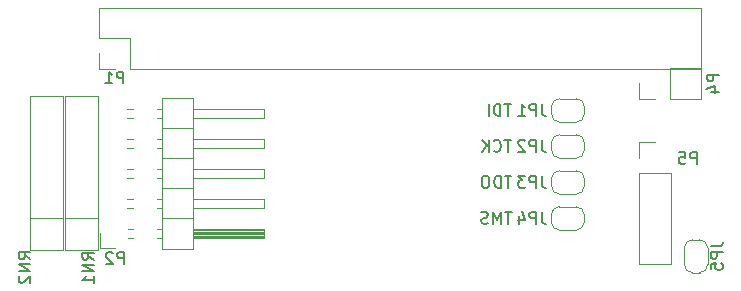
<source format=gbo>
G04 #@! TF.GenerationSoftware,KiCad,Pcbnew,(5.1.4)-1*
G04 #@! TF.CreationDate,2019-12-07T22:53:16+00:00*
G04 #@! TF.ProjectId,rgb-to-hdmi,7267622d-746f-42d6-9864-6d692e6b6963,rev?*
G04 #@! TF.SameCoordinates,Original*
G04 #@! TF.FileFunction,Legend,Bot*
G04 #@! TF.FilePolarity,Positive*
%FSLAX46Y46*%
G04 Gerber Fmt 4.6, Leading zero omitted, Abs format (unit mm)*
G04 Created by KiCad (PCBNEW (5.1.4)-1) date 2019-12-07 22:53:16*
%MOMM*%
%LPD*%
G04 APERTURE LIST*
%ADD10C,0.150000*%
%ADD11C,0.120000*%
G04 APERTURE END LIST*
D10*
X54439523Y-39645340D02*
X53868095Y-39645340D01*
X54153809Y-40645340D02*
X54153809Y-39645340D01*
X53534761Y-40645340D02*
X53534761Y-39645340D01*
X53296666Y-39645340D01*
X53153809Y-39692960D01*
X53058571Y-39788198D01*
X53010952Y-39883436D01*
X52963333Y-40073912D01*
X52963333Y-40216769D01*
X53010952Y-40407245D01*
X53058571Y-40502483D01*
X53153809Y-40597721D01*
X53296666Y-40645340D01*
X53534761Y-40645340D01*
X52344285Y-39645340D02*
X52153809Y-39645340D01*
X52058571Y-39692960D01*
X51963333Y-39788198D01*
X51915714Y-39978674D01*
X51915714Y-40312007D01*
X51963333Y-40502483D01*
X52058571Y-40597721D01*
X52153809Y-40645340D01*
X52344285Y-40645340D01*
X52439523Y-40597721D01*
X52534761Y-40502483D01*
X52582380Y-40312007D01*
X52582380Y-39978674D01*
X52534761Y-39788198D01*
X52439523Y-39692960D01*
X52344285Y-39645340D01*
X54407809Y-33549340D02*
X53836380Y-33549340D01*
X54122095Y-34549340D02*
X54122095Y-33549340D01*
X53503047Y-34549340D02*
X53503047Y-33549340D01*
X53264952Y-33549340D01*
X53122095Y-33596960D01*
X53026857Y-33692198D01*
X52979238Y-33787436D01*
X52931619Y-33977912D01*
X52931619Y-34120769D01*
X52979238Y-34311245D01*
X53026857Y-34406483D01*
X53122095Y-34501721D01*
X53264952Y-34549340D01*
X53503047Y-34549340D01*
X52503047Y-34549340D02*
X52503047Y-33549340D01*
X54415714Y-36597340D02*
X53844285Y-36597340D01*
X54130000Y-37597340D02*
X54130000Y-36597340D01*
X52939523Y-37502102D02*
X52987142Y-37549721D01*
X53130000Y-37597340D01*
X53225238Y-37597340D01*
X53368095Y-37549721D01*
X53463333Y-37454483D01*
X53510952Y-37359245D01*
X53558571Y-37168769D01*
X53558571Y-37025912D01*
X53510952Y-36835436D01*
X53463333Y-36740198D01*
X53368095Y-36644960D01*
X53225238Y-36597340D01*
X53130000Y-36597340D01*
X52987142Y-36644960D01*
X52939523Y-36692579D01*
X52510952Y-37597340D02*
X52510952Y-36597340D01*
X51939523Y-37597340D02*
X52368095Y-37025912D01*
X51939523Y-36597340D02*
X52510952Y-37168769D01*
X54463333Y-42693340D02*
X53891904Y-42693340D01*
X54177619Y-43693340D02*
X54177619Y-42693340D01*
X53558571Y-43693340D02*
X53558571Y-42693340D01*
X53225238Y-43407626D01*
X52891904Y-42693340D01*
X52891904Y-43693340D01*
X52463333Y-43645721D02*
X52320476Y-43693340D01*
X52082380Y-43693340D01*
X51987142Y-43645721D01*
X51939523Y-43598102D01*
X51891904Y-43502864D01*
X51891904Y-43407626D01*
X51939523Y-43312388D01*
X51987142Y-43264769D01*
X52082380Y-43217150D01*
X52272857Y-43169531D01*
X52368095Y-43121912D01*
X52415714Y-43074293D01*
X52463333Y-42979055D01*
X52463333Y-42883817D01*
X52415714Y-42788579D01*
X52368095Y-42740960D01*
X52272857Y-42693340D01*
X52034761Y-42693340D01*
X51891904Y-42740960D01*
D11*
X19427200Y-43240960D02*
X16627200Y-43240960D01*
X19427200Y-32910960D02*
X19427200Y-45950960D01*
X16627200Y-32910960D02*
X19427200Y-32910960D01*
X16627200Y-45950960D02*
X16627200Y-32910960D01*
X19427200Y-45950960D02*
X16627200Y-45950960D01*
X24852000Y-45840960D02*
X24852000Y-33020960D01*
X24852000Y-33020960D02*
X27512000Y-33020960D01*
X27512000Y-33020960D02*
X27512000Y-45840960D01*
X27512000Y-45840960D02*
X24852000Y-45840960D01*
X27512000Y-44890960D02*
X33512000Y-44890960D01*
X33512000Y-44890960D02*
X33512000Y-44130960D01*
X33512000Y-44130960D02*
X27512000Y-44130960D01*
X27512000Y-44830960D02*
X33512000Y-44830960D01*
X27512000Y-44710960D02*
X33512000Y-44710960D01*
X27512000Y-44590960D02*
X33512000Y-44590960D01*
X27512000Y-44470960D02*
X33512000Y-44470960D01*
X27512000Y-44350960D02*
X33512000Y-44350960D01*
X27512000Y-44230960D02*
X33512000Y-44230960D01*
X24454929Y-44890960D02*
X24852000Y-44890960D01*
X24454929Y-44130960D02*
X24852000Y-44130960D01*
X21982000Y-44890960D02*
X22369071Y-44890960D01*
X21982000Y-44130960D02*
X22369071Y-44130960D01*
X24852000Y-43240960D02*
X27512000Y-43240960D01*
X27512000Y-42350960D02*
X33512000Y-42350960D01*
X33512000Y-42350960D02*
X33512000Y-41590960D01*
X33512000Y-41590960D02*
X27512000Y-41590960D01*
X24454929Y-42350960D02*
X24852000Y-42350960D01*
X24454929Y-41590960D02*
X24852000Y-41590960D01*
X21914929Y-42350960D02*
X22369071Y-42350960D01*
X21914929Y-41590960D02*
X22369071Y-41590960D01*
X24852000Y-40700960D02*
X27512000Y-40700960D01*
X27512000Y-39810960D02*
X33512000Y-39810960D01*
X33512000Y-39810960D02*
X33512000Y-39050960D01*
X33512000Y-39050960D02*
X27512000Y-39050960D01*
X24454929Y-39810960D02*
X24852000Y-39810960D01*
X24454929Y-39050960D02*
X24852000Y-39050960D01*
X21914929Y-39810960D02*
X22369071Y-39810960D01*
X21914929Y-39050960D02*
X22369071Y-39050960D01*
X24852000Y-38160960D02*
X27512000Y-38160960D01*
X27512000Y-37270960D02*
X33512000Y-37270960D01*
X33512000Y-37270960D02*
X33512000Y-36510960D01*
X33512000Y-36510960D02*
X27512000Y-36510960D01*
X24454929Y-37270960D02*
X24852000Y-37270960D01*
X24454929Y-36510960D02*
X24852000Y-36510960D01*
X21914929Y-37270960D02*
X22369071Y-37270960D01*
X21914929Y-36510960D02*
X22369071Y-36510960D01*
X24852000Y-35620960D02*
X27512000Y-35620960D01*
X27512000Y-34730960D02*
X33512000Y-34730960D01*
X33512000Y-34730960D02*
X33512000Y-33970960D01*
X33512000Y-33970960D02*
X27512000Y-33970960D01*
X24454929Y-34730960D02*
X24852000Y-34730960D01*
X24454929Y-33970960D02*
X24852000Y-33970960D01*
X21914929Y-34730960D02*
X22369071Y-34730960D01*
X21914929Y-33970960D02*
X22369071Y-33970960D01*
X19602000Y-44510960D02*
X19602000Y-45780960D01*
X19602000Y-45780960D02*
X20872000Y-45780960D01*
X71071800Y-47141360D02*
X71071800Y-45741360D01*
X70371800Y-45041360D02*
X69771800Y-45041360D01*
X69071800Y-45741360D02*
X69071800Y-47141360D01*
X69771800Y-47841360D02*
X70371800Y-47841360D01*
X70371800Y-47841360D02*
G75*
G03X71071800Y-47141360I0J700000D01*
G01*
X69071800Y-47141360D02*
G75*
G03X69771800Y-47841360I700000J0D01*
G01*
X69771800Y-45041360D02*
G75*
G03X69071800Y-45741360I0J-700000D01*
G01*
X71071800Y-45741360D02*
G75*
G03X70371800Y-45041360I-700000J0D01*
G01*
X67922000Y-39405560D02*
X65262000Y-39405560D01*
X67922000Y-39405560D02*
X67922000Y-47085560D01*
X67922000Y-47085560D02*
X65262000Y-47085560D01*
X65262000Y-39405560D02*
X65262000Y-47085560D01*
X65262000Y-36805560D02*
X65262000Y-38135560D01*
X66592000Y-36805560D02*
X65262000Y-36805560D01*
X19542000Y-29270960D02*
X19542000Y-30600960D01*
X19542000Y-30600960D02*
X20872000Y-30600960D01*
X19542000Y-28000960D02*
X22142000Y-28000960D01*
X22142000Y-28000960D02*
X22142000Y-30600960D01*
X22142000Y-30600960D02*
X70462000Y-30600960D01*
X70462000Y-25400960D02*
X70462000Y-30600960D01*
X19542000Y-25400960D02*
X70462000Y-25400960D01*
X19542000Y-25400960D02*
X19542000Y-28000960D01*
X59926000Y-38144960D02*
G75*
G03X60626000Y-37444960I0J700000D01*
G01*
X60626000Y-36844960D02*
G75*
G03X59926000Y-36144960I-700000J0D01*
G01*
X58526000Y-36144960D02*
G75*
G03X57826000Y-36844960I0J-700000D01*
G01*
X57826000Y-37444960D02*
G75*
G03X58526000Y-38144960I700000J0D01*
G01*
X57826000Y-36844960D02*
X57826000Y-37444960D01*
X59926000Y-36144960D02*
X58526000Y-36144960D01*
X60626000Y-37444960D02*
X60626000Y-36844960D01*
X58526000Y-38144960D02*
X59926000Y-38144960D01*
X58526000Y-35096960D02*
X59926000Y-35096960D01*
X60626000Y-34396960D02*
X60626000Y-33796960D01*
X59926000Y-33096960D02*
X58526000Y-33096960D01*
X57826000Y-33796960D02*
X57826000Y-34396960D01*
X57826000Y-34396960D02*
G75*
G03X58526000Y-35096960I700000J0D01*
G01*
X58526000Y-33096960D02*
G75*
G03X57826000Y-33796960I0J-700000D01*
G01*
X60626000Y-33796960D02*
G75*
G03X59926000Y-33096960I-700000J0D01*
G01*
X59926000Y-35096960D02*
G75*
G03X60626000Y-34396960I0J700000D01*
G01*
X59911000Y-44240960D02*
G75*
G03X60611000Y-43540960I0J700000D01*
G01*
X60611000Y-42940960D02*
G75*
G03X59911000Y-42240960I-700000J0D01*
G01*
X58511000Y-42240960D02*
G75*
G03X57811000Y-42940960I0J-700000D01*
G01*
X57811000Y-43540960D02*
G75*
G03X58511000Y-44240960I700000J0D01*
G01*
X57811000Y-42940960D02*
X57811000Y-43540960D01*
X59911000Y-42240960D02*
X58511000Y-42240960D01*
X60611000Y-43540960D02*
X60611000Y-42940960D01*
X58511000Y-44240960D02*
X59911000Y-44240960D01*
X58526000Y-41192960D02*
X59926000Y-41192960D01*
X60626000Y-40492960D02*
X60626000Y-39892960D01*
X59926000Y-39192960D02*
X58526000Y-39192960D01*
X57826000Y-39892960D02*
X57826000Y-40492960D01*
X57826000Y-40492960D02*
G75*
G03X58526000Y-41192960I700000J0D01*
G01*
X58526000Y-39192960D02*
G75*
G03X57826000Y-39892960I0J-700000D01*
G01*
X60626000Y-39892960D02*
G75*
G03X59926000Y-39192960I-700000J0D01*
G01*
X59926000Y-41192960D02*
G75*
G03X60626000Y-40492960I0J700000D01*
G01*
X67862000Y-30480960D02*
X67862000Y-33140960D01*
X67862000Y-30480960D02*
X70462000Y-30480960D01*
X70462000Y-30480960D02*
X70462000Y-33140960D01*
X67862000Y-33140960D02*
X70462000Y-33140960D01*
X65262000Y-33140960D02*
X66592000Y-33140960D01*
X65262000Y-31810960D02*
X65262000Y-33140960D01*
X16506200Y-45950960D02*
X13706200Y-45950960D01*
X13706200Y-45950960D02*
X13706200Y-32910960D01*
X13706200Y-32910960D02*
X16506200Y-32910960D01*
X16506200Y-32910960D02*
X16506200Y-45950960D01*
X16506200Y-43240960D02*
X13706200Y-43240960D01*
D10*
X19099340Y-46726243D02*
X18623150Y-46392910D01*
X19099340Y-46154815D02*
X18099340Y-46154815D01*
X18099340Y-46535767D01*
X18146960Y-46631005D01*
X18194579Y-46678624D01*
X18289817Y-46726243D01*
X18432674Y-46726243D01*
X18527912Y-46678624D01*
X18575531Y-46631005D01*
X18623150Y-46535767D01*
X18623150Y-46154815D01*
X19099340Y-47154815D02*
X18099340Y-47154815D01*
X19099340Y-47726243D01*
X18099340Y-47726243D01*
X19099340Y-48726243D02*
X19099340Y-48154815D01*
X19099340Y-48440529D02*
X18099340Y-48440529D01*
X18242198Y-48345291D01*
X18337436Y-48250053D01*
X18385055Y-48154815D01*
X21635495Y-47096940D02*
X21635495Y-46096940D01*
X21254542Y-46096940D01*
X21159304Y-46144560D01*
X21111685Y-46192179D01*
X21064066Y-46287417D01*
X21064066Y-46430274D01*
X21111685Y-46525512D01*
X21159304Y-46573131D01*
X21254542Y-46620750D01*
X21635495Y-46620750D01*
X20683114Y-46192179D02*
X20635495Y-46144560D01*
X20540257Y-46096940D01*
X20302161Y-46096940D01*
X20206923Y-46144560D01*
X20159304Y-46192179D01*
X20111685Y-46287417D01*
X20111685Y-46382655D01*
X20159304Y-46525512D01*
X20730733Y-47096940D01*
X20111685Y-47096940D01*
X71324180Y-45608026D02*
X72038466Y-45608026D01*
X72181323Y-45560407D01*
X72276561Y-45465169D01*
X72324180Y-45322312D01*
X72324180Y-45227074D01*
X72324180Y-46084217D02*
X71324180Y-46084217D01*
X71324180Y-46465169D01*
X71371800Y-46560407D01*
X71419419Y-46608026D01*
X71514657Y-46655645D01*
X71657514Y-46655645D01*
X71752752Y-46608026D01*
X71800371Y-46560407D01*
X71847990Y-46465169D01*
X71847990Y-46084217D01*
X71324180Y-47560407D02*
X71324180Y-47084217D01*
X71800371Y-47036598D01*
X71752752Y-47084217D01*
X71705133Y-47179455D01*
X71705133Y-47417550D01*
X71752752Y-47512788D01*
X71800371Y-47560407D01*
X71895609Y-47608026D01*
X72133704Y-47608026D01*
X72228942Y-47560407D01*
X72276561Y-47512788D01*
X72324180Y-47417550D01*
X72324180Y-47179455D01*
X72276561Y-47084217D01*
X72228942Y-47036598D01*
X70124095Y-38638740D02*
X70124095Y-37638740D01*
X69743142Y-37638740D01*
X69647904Y-37686360D01*
X69600285Y-37733979D01*
X69552666Y-37829217D01*
X69552666Y-37972074D01*
X69600285Y-38067312D01*
X69647904Y-38114931D01*
X69743142Y-38162550D01*
X70124095Y-38162550D01*
X68647904Y-37638740D02*
X69124095Y-37638740D01*
X69171714Y-38114931D01*
X69124095Y-38067312D01*
X69028857Y-38019693D01*
X68790761Y-38019693D01*
X68695523Y-38067312D01*
X68647904Y-38114931D01*
X68600285Y-38210169D01*
X68600285Y-38448264D01*
X68647904Y-38543502D01*
X68695523Y-38591121D01*
X68790761Y-38638740D01*
X69028857Y-38638740D01*
X69124095Y-38591121D01*
X69171714Y-38543502D01*
X21584695Y-31806140D02*
X21584695Y-30806140D01*
X21203742Y-30806140D01*
X21108504Y-30853760D01*
X21060885Y-30901379D01*
X21013266Y-30996617D01*
X21013266Y-31139474D01*
X21060885Y-31234712D01*
X21108504Y-31282331D01*
X21203742Y-31329950D01*
X21584695Y-31329950D01*
X20060885Y-31806140D02*
X20632314Y-31806140D01*
X20346600Y-31806140D02*
X20346600Y-30806140D01*
X20441838Y-30948998D01*
X20537076Y-31044236D01*
X20632314Y-31091855D01*
X56996333Y-36597340D02*
X56996333Y-37311626D01*
X57043952Y-37454483D01*
X57139190Y-37549721D01*
X57282047Y-37597340D01*
X57377285Y-37597340D01*
X56520142Y-37597340D02*
X56520142Y-36597340D01*
X56139190Y-36597340D01*
X56043952Y-36644960D01*
X55996333Y-36692579D01*
X55948714Y-36787817D01*
X55948714Y-36930674D01*
X55996333Y-37025912D01*
X56043952Y-37073531D01*
X56139190Y-37121150D01*
X56520142Y-37121150D01*
X55567761Y-36692579D02*
X55520142Y-36644960D01*
X55424904Y-36597340D01*
X55186809Y-36597340D01*
X55091571Y-36644960D01*
X55043952Y-36692579D01*
X54996333Y-36787817D01*
X54996333Y-36883055D01*
X55043952Y-37025912D01*
X55615380Y-37597340D01*
X54996333Y-37597340D01*
X57011333Y-33549340D02*
X57011333Y-34263626D01*
X57058952Y-34406483D01*
X57154190Y-34501721D01*
X57297047Y-34549340D01*
X57392285Y-34549340D01*
X56535142Y-34549340D02*
X56535142Y-33549340D01*
X56154190Y-33549340D01*
X56058952Y-33596960D01*
X56011333Y-33644579D01*
X55963714Y-33739817D01*
X55963714Y-33882674D01*
X56011333Y-33977912D01*
X56058952Y-34025531D01*
X56154190Y-34073150D01*
X56535142Y-34073150D01*
X55011333Y-34549340D02*
X55582761Y-34549340D01*
X55297047Y-34549340D02*
X55297047Y-33549340D01*
X55392285Y-33692198D01*
X55487523Y-33787436D01*
X55582761Y-33835055D01*
X57011333Y-42693340D02*
X57011333Y-43407626D01*
X57058952Y-43550483D01*
X57154190Y-43645721D01*
X57297047Y-43693340D01*
X57392285Y-43693340D01*
X56535142Y-43693340D02*
X56535142Y-42693340D01*
X56154190Y-42693340D01*
X56058952Y-42740960D01*
X56011333Y-42788579D01*
X55963714Y-42883817D01*
X55963714Y-43026674D01*
X56011333Y-43121912D01*
X56058952Y-43169531D01*
X56154190Y-43217150D01*
X56535142Y-43217150D01*
X55106571Y-43026674D02*
X55106571Y-43693340D01*
X55344666Y-42645721D02*
X55582761Y-43360007D01*
X54963714Y-43360007D01*
X56996333Y-39645340D02*
X56996333Y-40359626D01*
X57043952Y-40502483D01*
X57139190Y-40597721D01*
X57282047Y-40645340D01*
X57377285Y-40645340D01*
X56520142Y-40645340D02*
X56520142Y-39645340D01*
X56139190Y-39645340D01*
X56043952Y-39692960D01*
X55996333Y-39740579D01*
X55948714Y-39835817D01*
X55948714Y-39978674D01*
X55996333Y-40073912D01*
X56043952Y-40121531D01*
X56139190Y-40169150D01*
X56520142Y-40169150D01*
X55615380Y-39645340D02*
X54996333Y-39645340D01*
X55329666Y-40026293D01*
X55186809Y-40026293D01*
X55091571Y-40073912D01*
X55043952Y-40121531D01*
X54996333Y-40216769D01*
X54996333Y-40454864D01*
X55043952Y-40550102D01*
X55091571Y-40597721D01*
X55186809Y-40645340D01*
X55472523Y-40645340D01*
X55567761Y-40597721D01*
X55615380Y-40550102D01*
X71997380Y-31072864D02*
X70997380Y-31072864D01*
X70997380Y-31453817D01*
X71045000Y-31549055D01*
X71092619Y-31596674D01*
X71187857Y-31644293D01*
X71330714Y-31644293D01*
X71425952Y-31596674D01*
X71473571Y-31549055D01*
X71521190Y-31453817D01*
X71521190Y-31072864D01*
X71330714Y-32501436D02*
X71997380Y-32501436D01*
X70949761Y-32263340D02*
X71664047Y-32025245D01*
X71664047Y-32644293D01*
X13712000Y-46695763D02*
X13235810Y-46362430D01*
X13712000Y-46124335D02*
X12712000Y-46124335D01*
X12712000Y-46505287D01*
X12759620Y-46600525D01*
X12807239Y-46648144D01*
X12902477Y-46695763D01*
X13045334Y-46695763D01*
X13140572Y-46648144D01*
X13188191Y-46600525D01*
X13235810Y-46505287D01*
X13235810Y-46124335D01*
X13712000Y-47124335D02*
X12712000Y-47124335D01*
X13712000Y-47695763D01*
X12712000Y-47695763D01*
X12807239Y-48124335D02*
X12759620Y-48171954D01*
X12712000Y-48267192D01*
X12712000Y-48505287D01*
X12759620Y-48600525D01*
X12807239Y-48648144D01*
X12902477Y-48695763D01*
X12997715Y-48695763D01*
X13140572Y-48648144D01*
X13712000Y-48076716D01*
X13712000Y-48695763D01*
M02*

</source>
